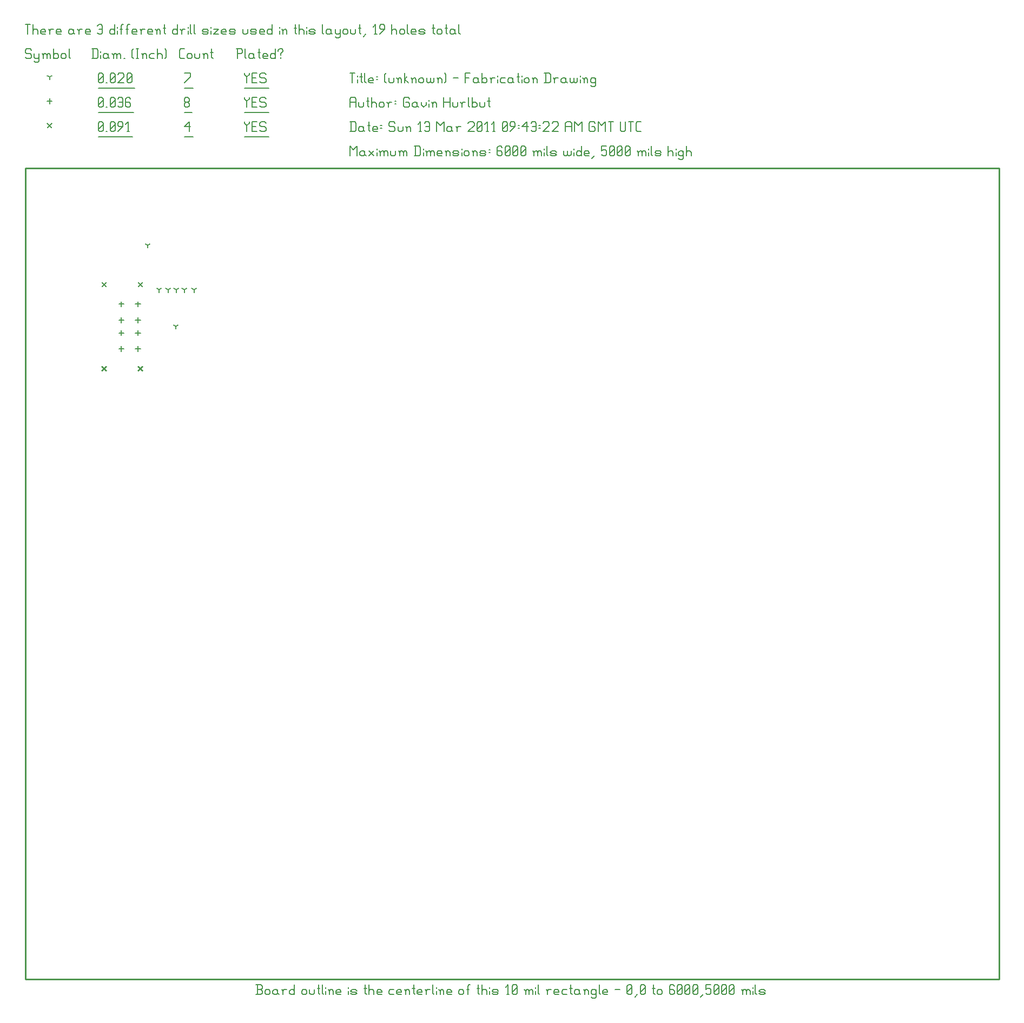
<source format=gbr>
G04 start of page 11 for group -3984 idx -3984 *
G04 Title: (unknown), fab *
G04 Creator: pcb 20091103 *
G04 CreationDate: Sun 13 Mar 2011 09:43:22 AM GMT UTC *
G04 For: gjhurlbu *
G04 Format: Gerber/RS-274X *
G04 PCB-Dimensions: 600000 500000 *
G04 PCB-Coordinate-Origin: lower left *
%MOIN*%
%FSLAX25Y25*%
%LNFAB*%
%ADD11C,0.0100*%
%ADD17C,0.0200*%
%ADD25C,0.0060*%
G54D17*G36*
X69754Y429988D02*X72719Y427022D01*
X72153Y426457D01*
X69188Y429423D01*
X69754Y429988D01*
G37*
G36*
X69188Y427022D02*X72153Y429988D01*
X72719Y429423D01*
X69754Y426457D01*
X69188Y427022D01*
G37*
G36*
X47354Y429988D02*X50319Y427022D01*
X49753Y426457D01*
X46788Y429423D01*
X47354Y429988D01*
G37*
G36*
X46788Y427022D02*X49753Y429988D01*
X50319Y429423D01*
X47354Y426457D01*
X46788Y427022D01*
G37*
G36*
X69754Y378288D02*X72719Y375322D01*
X72153Y374757D01*
X69188Y377723D01*
X69754Y378288D01*
G37*
G36*
X69188Y375322D02*X72153Y378288D01*
X72719Y377723D01*
X69754Y374757D01*
X69188Y375322D01*
G37*
G36*
X47354Y378288D02*X50319Y375322D01*
X49753Y374757D01*
X46788Y377723D01*
X47354Y378288D01*
G37*
G36*
X46788Y375322D02*X49753Y378288D01*
X50319Y377723D01*
X47354Y374757D01*
X46788Y375322D01*
G37*
G36*
X13800Y528015D02*X16765Y525049D01*
X16199Y524484D01*
X13234Y527450D01*
X13800Y528015D01*
G37*
G36*
X13234Y525049D02*X16199Y528015D01*
X16765Y527450D01*
X13800Y524484D01*
X13234Y525049D01*
G37*
G54D25*X135000Y528500D02*Y527750D01*
X136500Y526250D01*
X138000Y527750D01*
Y528500D02*Y527750D01*
X136500Y526250D02*Y522500D01*
X139801Y525500D02*X142051D01*
X139801Y522500D02*X142801D01*
X139801Y528500D02*Y522500D01*
Y528500D02*X142801D01*
X147603D02*X148353Y527750D01*
X145353Y528500D02*X147603D01*
X144603Y527750D02*X145353Y528500D01*
X144603Y527750D02*Y526250D01*
X145353Y525500D01*
X147603D01*
X148353Y524750D01*
Y523250D01*
X147603Y522500D02*X148353Y523250D01*
X145353Y522500D02*X147603D01*
X144603Y523250D02*X145353Y522500D01*
X135000Y519249D02*X150154D01*
X98000Y525500D02*X101000Y528500D01*
X98000Y525500D02*X101750D01*
X101000Y528500D02*Y522500D01*
X98000Y519249D02*X103551D01*
X45000Y523250D02*X45750Y522500D01*
X45000Y527750D02*Y523250D01*
Y527750D02*X45750Y528500D01*
X47250D01*
X48000Y527750D01*
Y523250D01*
X47250Y522500D02*X48000Y523250D01*
X45750Y522500D02*X47250D01*
X45000Y524000D02*X48000Y527000D01*
X49801Y522500D02*X50551D01*
X52353Y523250D02*X53103Y522500D01*
X52353Y527750D02*Y523250D01*
Y527750D02*X53103Y528500D01*
X54603D01*
X55353Y527750D01*
Y523250D01*
X54603Y522500D02*X55353Y523250D01*
X53103Y522500D02*X54603D01*
X52353Y524000D02*X55353Y527000D01*
X57154Y522500D02*X60154Y525500D01*
Y527750D02*Y525500D01*
X59404Y528500D02*X60154Y527750D01*
X57904Y528500D02*X59404D01*
X57154Y527750D02*X57904Y528500D01*
X57154Y527750D02*Y526250D01*
X57904Y525500D01*
X60154D01*
X62706Y522500D02*X64206D01*
X63456Y528500D02*Y522500D01*
X61956Y527000D02*X63456Y528500D01*
X45000Y519249D02*X66007D01*
X59254Y417722D02*Y414522D01*
X57654Y416122D02*X60854D01*
X59254Y407922D02*Y404722D01*
X57654Y406322D02*X60854D01*
X59254Y400022D02*Y396822D01*
X57654Y398422D02*X60854D01*
X59254Y390222D02*Y387022D01*
X57654Y388622D02*X60854D01*
X69554Y417722D02*Y414522D01*
X67954Y416122D02*X71154D01*
X69554Y407922D02*Y404722D01*
X67954Y406322D02*X71154D01*
X69554Y400022D02*Y396822D01*
X67954Y398422D02*X71154D01*
X69554Y390222D02*Y387022D01*
X67954Y388622D02*X71154D01*
X15000Y542850D02*Y539650D01*
X13400Y541250D02*X16600D01*
X135000Y543500D02*Y542750D01*
X136500Y541250D01*
X138000Y542750D01*
Y543500D02*Y542750D01*
X136500Y541250D02*Y537500D01*
X139801Y540500D02*X142051D01*
X139801Y537500D02*X142801D01*
X139801Y543500D02*Y537500D01*
Y543500D02*X142801D01*
X147603D02*X148353Y542750D01*
X145353Y543500D02*X147603D01*
X144603Y542750D02*X145353Y543500D01*
X144603Y542750D02*Y541250D01*
X145353Y540500D01*
X147603D01*
X148353Y539750D01*
Y538250D01*
X147603Y537500D02*X148353Y538250D01*
X145353Y537500D02*X147603D01*
X144603Y538250D02*X145353Y537500D01*
X135000Y534249D02*X150154D01*
X98000Y538250D02*X98750Y537500D01*
X98000Y539750D02*Y538250D01*
Y539750D02*X98750Y540500D01*
X100250D01*
X101000Y539750D01*
Y538250D01*
X100250Y537500D02*X101000Y538250D01*
X98750Y537500D02*X100250D01*
X98000Y541250D02*X98750Y540500D01*
X98000Y542750D02*Y541250D01*
Y542750D02*X98750Y543500D01*
X100250D01*
X101000Y542750D01*
Y541250D01*
X100250Y540500D02*X101000Y541250D01*
X98000Y534249D02*X102801D01*
X45000Y538250D02*X45750Y537500D01*
X45000Y542750D02*Y538250D01*
Y542750D02*X45750Y543500D01*
X47250D01*
X48000Y542750D01*
Y538250D01*
X47250Y537500D02*X48000Y538250D01*
X45750Y537500D02*X47250D01*
X45000Y539000D02*X48000Y542000D01*
X49801Y537500D02*X50551D01*
X52353Y538250D02*X53103Y537500D01*
X52353Y542750D02*Y538250D01*
Y542750D02*X53103Y543500D01*
X54603D01*
X55353Y542750D01*
Y538250D01*
X54603Y537500D02*X55353Y538250D01*
X53103Y537500D02*X54603D01*
X52353Y539000D02*X55353Y542000D01*
X57154Y542750D02*X57904Y543500D01*
X59404D01*
X60154Y542750D01*
Y538250D01*
X59404Y537500D02*X60154Y538250D01*
X57904Y537500D02*X59404D01*
X57154Y538250D02*X57904Y537500D01*
Y540500D02*X60154D01*
X64206Y543500D02*X64956Y542750D01*
X62706Y543500D02*X64206D01*
X61956Y542750D02*X62706Y543500D01*
X61956Y542750D02*Y538250D01*
X62706Y537500D01*
X64206Y540500D02*X64956Y539750D01*
X61956Y540500D02*X64206D01*
X62706Y537500D02*X64206D01*
X64956Y538250D01*
Y539750D02*Y538250D01*
X45000Y534249D02*X66757D01*
X82500Y425000D02*Y423400D01*
Y425000D02*X83886Y425800D01*
X82500Y425000D02*X81114Y425800D01*
X92867Y402411D02*Y400811D01*
Y402411D02*X94253Y403211D01*
X92867Y402411D02*X91481Y403211D01*
X104000Y425000D02*Y423400D01*
Y425000D02*X105386Y425800D01*
X104000Y425000D02*X102614Y425800D01*
X88000Y425000D02*Y423400D01*
Y425000D02*X89386Y425800D01*
X88000Y425000D02*X86614Y425800D01*
X93000Y425000D02*Y423400D01*
Y425000D02*X94386Y425800D01*
X93000Y425000D02*X91614Y425800D01*
X98000Y425000D02*Y423400D01*
Y425000D02*X99386Y425800D01*
X98000Y425000D02*X96614Y425800D01*
X75500Y452400D02*Y450800D01*
Y452400D02*X76886Y453200D01*
X75500Y452400D02*X74114Y453200D01*
X15000Y556250D02*Y554650D01*
Y556250D02*X16386Y557050D01*
X15000Y556250D02*X13614Y557050D01*
X135000Y558500D02*Y557750D01*
X136500Y556250D01*
X138000Y557750D01*
Y558500D02*Y557750D01*
X136500Y556250D02*Y552500D01*
X139801Y555500D02*X142051D01*
X139801Y552500D02*X142801D01*
X139801Y558500D02*Y552500D01*
Y558500D02*X142801D01*
X147603D02*X148353Y557750D01*
X145353Y558500D02*X147603D01*
X144603Y557750D02*X145353Y558500D01*
X144603Y557750D02*Y556250D01*
X145353Y555500D01*
X147603D01*
X148353Y554750D01*
Y553250D01*
X147603Y552500D02*X148353Y553250D01*
X145353Y552500D02*X147603D01*
X144603Y553250D02*X145353Y552500D01*
X135000Y549249D02*X150154D01*
X98000Y552500D02*X101750Y556250D01*
Y558500D02*Y556250D01*
X98000Y558500D02*X101750D01*
X98000Y549249D02*X103551D01*
X45000Y553250D02*X45750Y552500D01*
X45000Y557750D02*Y553250D01*
Y557750D02*X45750Y558500D01*
X47250D01*
X48000Y557750D01*
Y553250D01*
X47250Y552500D02*X48000Y553250D01*
X45750Y552500D02*X47250D01*
X45000Y554000D02*X48000Y557000D01*
X49801Y552500D02*X50551D01*
X52353Y553250D02*X53103Y552500D01*
X52353Y557750D02*Y553250D01*
Y557750D02*X53103Y558500D01*
X54603D01*
X55353Y557750D01*
Y553250D01*
X54603Y552500D02*X55353Y553250D01*
X53103Y552500D02*X54603D01*
X52353Y554000D02*X55353Y557000D01*
X57154Y557750D02*X57904Y558500D01*
X60154D01*
X60904Y557750D01*
Y556250D01*
X57154Y552500D02*X60904Y556250D01*
X57154Y552500D02*X60904D01*
X62706Y553250D02*X63456Y552500D01*
X62706Y557750D02*Y553250D01*
Y557750D02*X63456Y558500D01*
X64956D01*
X65706Y557750D01*
Y553250D01*
X64956Y552500D02*X65706Y553250D01*
X63456Y552500D02*X64956D01*
X62706Y554000D02*X65706Y557000D01*
X45000Y549249D02*X67507D01*
X3000Y573500D02*X3750Y572750D01*
X750Y573500D02*X3000D01*
X0Y572750D02*X750Y573500D01*
X0Y572750D02*Y571250D01*
X750Y570500D01*
X3000D01*
X3750Y569750D01*
Y568250D01*
X3000Y567500D02*X3750Y568250D01*
X750Y567500D02*X3000D01*
X0Y568250D02*X750Y567500D01*
X5551Y570500D02*Y568250D01*
X6301Y567500D01*
X8551Y570500D02*Y566000D01*
X7801Y565250D02*X8551Y566000D01*
X6301Y565250D02*X7801D01*
X5551Y566000D02*X6301Y565250D01*
Y567500D02*X7801D01*
X8551Y568250D01*
X11103Y569750D02*Y567500D01*
Y569750D02*X11853Y570500D01*
X12603D01*
X13353Y569750D01*
Y567500D01*
Y569750D02*X14103Y570500D01*
X14853D01*
X15603Y569750D01*
Y567500D01*
X10353Y570500D02*X11103Y569750D01*
X17404Y573500D02*Y567500D01*
Y568250D02*X18154Y567500D01*
X19654D01*
X20404Y568250D01*
Y569750D02*Y568250D01*
X19654Y570500D02*X20404Y569750D01*
X18154Y570500D02*X19654D01*
X17404Y569750D02*X18154Y570500D01*
X22206Y569750D02*Y568250D01*
Y569750D02*X22956Y570500D01*
X24456D01*
X25206Y569750D01*
Y568250D01*
X24456Y567500D02*X25206Y568250D01*
X22956Y567500D02*X24456D01*
X22206Y568250D02*X22956Y567500D01*
X27007Y573500D02*Y568250D01*
X27757Y567500D01*
X41750Y573500D02*Y567500D01*
X44000Y573500D02*X44750Y572750D01*
Y568250D01*
X44000Y567500D02*X44750Y568250D01*
X41000Y567500D02*X44000D01*
X41000Y573500D02*X44000D01*
X46551Y572000D02*Y571250D01*
Y569750D02*Y567500D01*
X50303Y570500D02*X51053Y569750D01*
X48803Y570500D02*X50303D01*
X48053Y569750D02*X48803Y570500D01*
X48053Y569750D02*Y568250D01*
X48803Y567500D01*
X51053Y570500D02*Y568250D01*
X51803Y567500D01*
X48803D02*X50303D01*
X51053Y568250D01*
X54354Y569750D02*Y567500D01*
Y569750D02*X55104Y570500D01*
X55854D01*
X56604Y569750D01*
Y567500D01*
Y569750D02*X57354Y570500D01*
X58104D01*
X58854Y569750D01*
Y567500D01*
X53604Y570500D02*X54354Y569750D01*
X60656Y567500D02*X61406D01*
X65907Y568250D02*X66657Y567500D01*
X65907Y572750D02*X66657Y573500D01*
X65907Y572750D02*Y568250D01*
X68459Y573500D02*X69959D01*
X69209D02*Y567500D01*
X68459D02*X69959D01*
X72510Y569750D02*Y567500D01*
Y569750D02*X73260Y570500D01*
X74010D01*
X74760Y569750D01*
Y567500D01*
X71760Y570500D02*X72510Y569750D01*
X77312Y570500D02*X79562D01*
X76562Y569750D02*X77312Y570500D01*
X76562Y569750D02*Y568250D01*
X77312Y567500D01*
X79562D01*
X81363Y573500D02*Y567500D01*
Y569750D02*X82113Y570500D01*
X83613D01*
X84363Y569750D01*
Y567500D01*
X86165Y573500D02*X86915Y572750D01*
Y568250D01*
X86165Y567500D02*X86915Y568250D01*
X95750Y567500D02*X98000D01*
X95000Y568250D02*X95750Y567500D01*
X95000Y572750D02*Y568250D01*
Y572750D02*X95750Y573500D01*
X98000D01*
X99801Y569750D02*Y568250D01*
Y569750D02*X100551Y570500D01*
X102051D01*
X102801Y569750D01*
Y568250D01*
X102051Y567500D02*X102801Y568250D01*
X100551Y567500D02*X102051D01*
X99801Y568250D02*X100551Y567500D01*
X104603Y570500D02*Y568250D01*
X105353Y567500D01*
X106853D01*
X107603Y568250D01*
Y570500D02*Y568250D01*
X110154Y569750D02*Y567500D01*
Y569750D02*X110904Y570500D01*
X111654D01*
X112404Y569750D01*
Y567500D01*
X109404Y570500D02*X110154Y569750D01*
X114956Y573500D02*Y568250D01*
X115706Y567500D01*
X114206Y571250D02*X115706D01*
X130750Y573500D02*Y567500D01*
X130000Y573500D02*X133000D01*
X133750Y572750D01*
Y571250D01*
X133000Y570500D02*X133750Y571250D01*
X130750Y570500D02*X133000D01*
X135551Y573500D02*Y568250D01*
X136301Y567500D01*
X140053Y570500D02*X140803Y569750D01*
X138553Y570500D02*X140053D01*
X137803Y569750D02*X138553Y570500D01*
X137803Y569750D02*Y568250D01*
X138553Y567500D01*
X140803Y570500D02*Y568250D01*
X141553Y567500D01*
X138553D02*X140053D01*
X140803Y568250D01*
X144104Y573500D02*Y568250D01*
X144854Y567500D01*
X143354Y571250D02*X144854D01*
X147106Y567500D02*X149356D01*
X146356Y568250D02*X147106Y567500D01*
X146356Y569750D02*Y568250D01*
Y569750D02*X147106Y570500D01*
X148606D01*
X149356Y569750D01*
X146356Y569000D02*X149356D01*
Y569750D02*Y569000D01*
X154157Y573500D02*Y567500D01*
X153407D02*X154157Y568250D01*
X151907Y567500D02*X153407D01*
X151157Y568250D02*X151907Y567500D01*
X151157Y569750D02*Y568250D01*
Y569750D02*X151907Y570500D01*
X153407D01*
X154157Y569750D01*
X157459Y570500D02*Y569750D01*
Y568250D02*Y567500D01*
X155959Y572750D02*Y572000D01*
Y572750D02*X156709Y573500D01*
X158209D01*
X158959Y572750D01*
Y572000D01*
X157459Y570500D02*X158959Y572000D01*
X0Y588500D02*X3000D01*
X1500D02*Y582500D01*
X4801Y588500D02*Y582500D01*
Y584750D02*X5551Y585500D01*
X7051D01*
X7801Y584750D01*
Y582500D01*
X10353D02*X12603D01*
X9603Y583250D02*X10353Y582500D01*
X9603Y584750D02*Y583250D01*
Y584750D02*X10353Y585500D01*
X11853D01*
X12603Y584750D01*
X9603Y584000D02*X12603D01*
Y584750D02*Y584000D01*
X15154Y584750D02*Y582500D01*
Y584750D02*X15904Y585500D01*
X17404D01*
X14404D02*X15154Y584750D01*
X19956Y582500D02*X22206D01*
X19206Y583250D02*X19956Y582500D01*
X19206Y584750D02*Y583250D01*
Y584750D02*X19956Y585500D01*
X21456D01*
X22206Y584750D01*
X19206Y584000D02*X22206D01*
Y584750D02*Y584000D01*
X28957Y585500D02*X29707Y584750D01*
X27457Y585500D02*X28957D01*
X26707Y584750D02*X27457Y585500D01*
X26707Y584750D02*Y583250D01*
X27457Y582500D01*
X29707Y585500D02*Y583250D01*
X30457Y582500D01*
X27457D02*X28957D01*
X29707Y583250D01*
X33009Y584750D02*Y582500D01*
Y584750D02*X33759Y585500D01*
X35259D01*
X32259D02*X33009Y584750D01*
X37810Y582500D02*X40060D01*
X37060Y583250D02*X37810Y582500D01*
X37060Y584750D02*Y583250D01*
Y584750D02*X37810Y585500D01*
X39310D01*
X40060Y584750D01*
X37060Y584000D02*X40060D01*
Y584750D02*Y584000D01*
X44562Y587750D02*X45312Y588500D01*
X46812D01*
X47562Y587750D01*
Y583250D01*
X46812Y582500D02*X47562Y583250D01*
X45312Y582500D02*X46812D01*
X44562Y583250D02*X45312Y582500D01*
Y585500D02*X47562D01*
X55063Y588500D02*Y582500D01*
X54313D02*X55063Y583250D01*
X52813Y582500D02*X54313D01*
X52063Y583250D02*X52813Y582500D01*
X52063Y584750D02*Y583250D01*
Y584750D02*X52813Y585500D01*
X54313D01*
X55063Y584750D01*
X56865Y587000D02*Y586250D01*
Y584750D02*Y582500D01*
X59116Y587750D02*Y582500D01*
Y587750D02*X59866Y588500D01*
X60616D01*
X58366Y585500D02*X59866D01*
X62868Y587750D02*Y582500D01*
Y587750D02*X63618Y588500D01*
X64368D01*
X62118Y585500D02*X63618D01*
X66619Y582500D02*X68869D01*
X65869Y583250D02*X66619Y582500D01*
X65869Y584750D02*Y583250D01*
Y584750D02*X66619Y585500D01*
X68119D01*
X68869Y584750D01*
X65869Y584000D02*X68869D01*
Y584750D02*Y584000D01*
X71421Y584750D02*Y582500D01*
Y584750D02*X72171Y585500D01*
X73671D01*
X70671D02*X71421Y584750D01*
X76222Y582500D02*X78472D01*
X75472Y583250D02*X76222Y582500D01*
X75472Y584750D02*Y583250D01*
Y584750D02*X76222Y585500D01*
X77722D01*
X78472Y584750D01*
X75472Y584000D02*X78472D01*
Y584750D02*Y584000D01*
X81024Y584750D02*Y582500D01*
Y584750D02*X81774Y585500D01*
X82524D01*
X83274Y584750D01*
Y582500D01*
X80274Y585500D02*X81024Y584750D01*
X85825Y588500D02*Y583250D01*
X86575Y582500D01*
X85075Y586250D02*X86575D01*
X93777Y588500D02*Y582500D01*
X93027D02*X93777Y583250D01*
X91527Y582500D02*X93027D01*
X90777Y583250D02*X91527Y582500D01*
X90777Y584750D02*Y583250D01*
Y584750D02*X91527Y585500D01*
X93027D01*
X93777Y584750D01*
X96328D02*Y582500D01*
Y584750D02*X97078Y585500D01*
X98578D01*
X95578D02*X96328Y584750D01*
X100380Y587000D02*Y586250D01*
Y584750D02*Y582500D01*
X101881Y588500D02*Y583250D01*
X102631Y582500D01*
X104133Y588500D02*Y583250D01*
X104883Y582500D01*
X109834D02*X112084D01*
X112834Y583250D01*
X112084Y584000D02*X112834Y583250D01*
X109834Y584000D02*X112084D01*
X109084Y584750D02*X109834Y584000D01*
X109084Y584750D02*X109834Y585500D01*
X112084D01*
X112834Y584750D01*
X109084Y583250D02*X109834Y582500D01*
X114636Y587000D02*Y586250D01*
Y584750D02*Y582500D01*
X116137Y585500D02*X119137D01*
X116137Y582500D02*X119137Y585500D01*
X116137Y582500D02*X119137D01*
X121689D02*X123939D01*
X120939Y583250D02*X121689Y582500D01*
X120939Y584750D02*Y583250D01*
Y584750D02*X121689Y585500D01*
X123189D01*
X123939Y584750D01*
X120939Y584000D02*X123939D01*
Y584750D02*Y584000D01*
X126490Y582500D02*X128740D01*
X129490Y583250D01*
X128740Y584000D02*X129490Y583250D01*
X126490Y584000D02*X128740D01*
X125740Y584750D02*X126490Y584000D01*
X125740Y584750D02*X126490Y585500D01*
X128740D01*
X129490Y584750D01*
X125740Y583250D02*X126490Y582500D01*
X133992Y585500D02*Y583250D01*
X134742Y582500D01*
X136242D01*
X136992Y583250D01*
Y585500D02*Y583250D01*
X139543Y582500D02*X141793D01*
X142543Y583250D01*
X141793Y584000D02*X142543Y583250D01*
X139543Y584000D02*X141793D01*
X138793Y584750D02*X139543Y584000D01*
X138793Y584750D02*X139543Y585500D01*
X141793D01*
X142543Y584750D01*
X138793Y583250D02*X139543Y582500D01*
X145095D02*X147345D01*
X144345Y583250D02*X145095Y582500D01*
X144345Y584750D02*Y583250D01*
Y584750D02*X145095Y585500D01*
X146595D01*
X147345Y584750D01*
X144345Y584000D02*X147345D01*
Y584750D02*Y584000D01*
X152146Y588500D02*Y582500D01*
X151396D02*X152146Y583250D01*
X149896Y582500D02*X151396D01*
X149146Y583250D02*X149896Y582500D01*
X149146Y584750D02*Y583250D01*
Y584750D02*X149896Y585500D01*
X151396D01*
X152146Y584750D01*
X156648Y587000D02*Y586250D01*
Y584750D02*Y582500D01*
X158899Y584750D02*Y582500D01*
Y584750D02*X159649Y585500D01*
X160399D01*
X161149Y584750D01*
Y582500D01*
X158149Y585500D02*X158899Y584750D01*
X166401Y588500D02*Y583250D01*
X167151Y582500D01*
X165651Y586250D02*X167151D01*
X168652Y588500D02*Y582500D01*
Y584750D02*X169402Y585500D01*
X170902D01*
X171652Y584750D01*
Y582500D01*
X173454Y587000D02*Y586250D01*
Y584750D02*Y582500D01*
X175705D02*X177955D01*
X178705Y583250D01*
X177955Y584000D02*X178705Y583250D01*
X175705Y584000D02*X177955D01*
X174955Y584750D02*X175705Y584000D01*
X174955Y584750D02*X175705Y585500D01*
X177955D01*
X178705Y584750D01*
X174955Y583250D02*X175705Y582500D01*
X183207Y588500D02*Y583250D01*
X183957Y582500D01*
X187708Y585500D02*X188458Y584750D01*
X186208Y585500D02*X187708D01*
X185458Y584750D02*X186208Y585500D01*
X185458Y584750D02*Y583250D01*
X186208Y582500D01*
X188458Y585500D02*Y583250D01*
X189208Y582500D01*
X186208D02*X187708D01*
X188458Y583250D01*
X191010Y585500D02*Y583250D01*
X191760Y582500D01*
X194010Y585500D02*Y581000D01*
X193260Y580250D02*X194010Y581000D01*
X191760Y580250D02*X193260D01*
X191010Y581000D02*X191760Y580250D01*
Y582500D02*X193260D01*
X194010Y583250D01*
X195811Y584750D02*Y583250D01*
Y584750D02*X196561Y585500D01*
X198061D01*
X198811Y584750D01*
Y583250D01*
X198061Y582500D02*X198811Y583250D01*
X196561Y582500D02*X198061D01*
X195811Y583250D02*X196561Y582500D01*
X200613Y585500D02*Y583250D01*
X201363Y582500D01*
X202863D01*
X203613Y583250D01*
Y585500D02*Y583250D01*
X206164Y588500D02*Y583250D01*
X206914Y582500D01*
X205414Y586250D02*X206914D01*
X208416Y581000D02*X209916Y582500D01*
X215167D02*X216667D01*
X215917Y588500D02*Y582500D01*
X214417Y587000D02*X215917Y588500D01*
X218469Y582500D02*X221469Y585500D01*
Y587750D02*Y585500D01*
X220719Y588500D02*X221469Y587750D01*
X219219Y588500D02*X220719D01*
X218469Y587750D02*X219219Y588500D01*
X218469Y587750D02*Y586250D01*
X219219Y585500D01*
X221469D01*
X225970Y588500D02*Y582500D01*
Y584750D02*X226720Y585500D01*
X228220D01*
X228970Y584750D01*
Y582500D01*
X230772Y584750D02*Y583250D01*
Y584750D02*X231522Y585500D01*
X233022D01*
X233772Y584750D01*
Y583250D01*
X233022Y582500D02*X233772Y583250D01*
X231522Y582500D02*X233022D01*
X230772Y583250D02*X231522Y582500D01*
X235573Y588500D02*Y583250D01*
X236323Y582500D01*
X238575D02*X240825D01*
X237825Y583250D02*X238575Y582500D01*
X237825Y584750D02*Y583250D01*
Y584750D02*X238575Y585500D01*
X240075D01*
X240825Y584750D01*
X237825Y584000D02*X240825D01*
Y584750D02*Y584000D01*
X243376Y582500D02*X245626D01*
X246376Y583250D01*
X245626Y584000D02*X246376Y583250D01*
X243376Y584000D02*X245626D01*
X242626Y584750D02*X243376Y584000D01*
X242626Y584750D02*X243376Y585500D01*
X245626D01*
X246376Y584750D01*
X242626Y583250D02*X243376Y582500D01*
X251628Y588500D02*Y583250D01*
X252378Y582500D01*
X250878Y586250D02*X252378D01*
X253879Y584750D02*Y583250D01*
Y584750D02*X254629Y585500D01*
X256129D01*
X256879Y584750D01*
Y583250D01*
X256129Y582500D02*X256879Y583250D01*
X254629Y582500D02*X256129D01*
X253879Y583250D02*X254629Y582500D01*
X259431Y588500D02*Y583250D01*
X260181Y582500D01*
X258681Y586250D02*X260181D01*
X263932Y585500D02*X264682Y584750D01*
X262432Y585500D02*X263932D01*
X261682Y584750D02*X262432Y585500D01*
X261682Y584750D02*Y583250D01*
X262432Y582500D01*
X264682Y585500D02*Y583250D01*
X265432Y582500D01*
X262432D02*X263932D01*
X264682Y583250D01*
X267234Y588500D02*Y583250D01*
X267984Y582500D01*
G54D11*X0Y500000D02*X600000D01*
X0D02*Y0D01*
X600000Y500000D02*Y0D01*
X0D02*X600000D01*
G54D25*X200000Y513500D02*Y507500D01*
Y513500D02*X202250Y511250D01*
X204500Y513500D01*
Y507500D01*
X208551Y510500D02*X209301Y509750D01*
X207051Y510500D02*X208551D01*
X206301Y509750D02*X207051Y510500D01*
X206301Y509750D02*Y508250D01*
X207051Y507500D01*
X209301Y510500D02*Y508250D01*
X210051Y507500D01*
X207051D02*X208551D01*
X209301Y508250D01*
X211853Y510500D02*X214853Y507500D01*
X211853D02*X214853Y510500D01*
X216654Y512000D02*Y511250D01*
Y509750D02*Y507500D01*
X218906Y509750D02*Y507500D01*
Y509750D02*X219656Y510500D01*
X220406D01*
X221156Y509750D01*
Y507500D01*
Y509750D02*X221906Y510500D01*
X222656D01*
X223406Y509750D01*
Y507500D01*
X218156Y510500D02*X218906Y509750D01*
X225207Y510500D02*Y508250D01*
X225957Y507500D01*
X227457D01*
X228207Y508250D01*
Y510500D02*Y508250D01*
X230759Y509750D02*Y507500D01*
Y509750D02*X231509Y510500D01*
X232259D01*
X233009Y509750D01*
Y507500D01*
Y509750D02*X233759Y510500D01*
X234509D01*
X235259Y509750D01*
Y507500D01*
X230009Y510500D02*X230759Y509750D01*
X240510Y513500D02*Y507500D01*
X242760Y513500D02*X243510Y512750D01*
Y508250D01*
X242760Y507500D02*X243510Y508250D01*
X239760Y507500D02*X242760D01*
X239760Y513500D02*X242760D01*
X245312Y512000D02*Y511250D01*
Y509750D02*Y507500D01*
X247563Y509750D02*Y507500D01*
Y509750D02*X248313Y510500D01*
X249063D01*
X249813Y509750D01*
Y507500D01*
Y509750D02*X250563Y510500D01*
X251313D01*
X252063Y509750D01*
Y507500D01*
X246813Y510500D02*X247563Y509750D01*
X254615Y507500D02*X256865D01*
X253865Y508250D02*X254615Y507500D01*
X253865Y509750D02*Y508250D01*
Y509750D02*X254615Y510500D01*
X256115D01*
X256865Y509750D01*
X253865Y509000D02*X256865D01*
Y509750D02*Y509000D01*
X259416Y509750D02*Y507500D01*
Y509750D02*X260166Y510500D01*
X260916D01*
X261666Y509750D01*
Y507500D01*
X258666Y510500D02*X259416Y509750D01*
X264218Y507500D02*X266468D01*
X267218Y508250D01*
X266468Y509000D02*X267218Y508250D01*
X264218Y509000D02*X266468D01*
X263468Y509750D02*X264218Y509000D01*
X263468Y509750D02*X264218Y510500D01*
X266468D01*
X267218Y509750D01*
X263468Y508250D02*X264218Y507500D01*
X269019Y512000D02*Y511250D01*
Y509750D02*Y507500D01*
X270521Y509750D02*Y508250D01*
Y509750D02*X271271Y510500D01*
X272771D01*
X273521Y509750D01*
Y508250D01*
X272771Y507500D02*X273521Y508250D01*
X271271Y507500D02*X272771D01*
X270521Y508250D02*X271271Y507500D01*
X276072Y509750D02*Y507500D01*
Y509750D02*X276822Y510500D01*
X277572D01*
X278322Y509750D01*
Y507500D01*
X275322Y510500D02*X276072Y509750D01*
X280874Y507500D02*X283124D01*
X283874Y508250D01*
X283124Y509000D02*X283874Y508250D01*
X280874Y509000D02*X283124D01*
X280124Y509750D02*X280874Y509000D01*
X280124Y509750D02*X280874Y510500D01*
X283124D01*
X283874Y509750D01*
X280124Y508250D02*X280874Y507500D01*
X285675Y511250D02*X286425D01*
X285675Y509750D02*X286425D01*
X293177Y513500D02*X293927Y512750D01*
X291677Y513500D02*X293177D01*
X290927Y512750D02*X291677Y513500D01*
X290927Y512750D02*Y508250D01*
X291677Y507500D01*
X293177Y510500D02*X293927Y509750D01*
X290927Y510500D02*X293177D01*
X291677Y507500D02*X293177D01*
X293927Y508250D01*
Y509750D02*Y508250D01*
X295728D02*X296478Y507500D01*
X295728Y512750D02*Y508250D01*
Y512750D02*X296478Y513500D01*
X297978D01*
X298728Y512750D01*
Y508250D01*
X297978Y507500D02*X298728Y508250D01*
X296478Y507500D02*X297978D01*
X295728Y509000D02*X298728Y512000D01*
X300530Y508250D02*X301280Y507500D01*
X300530Y512750D02*Y508250D01*
Y512750D02*X301280Y513500D01*
X302780D01*
X303530Y512750D01*
Y508250D01*
X302780Y507500D02*X303530Y508250D01*
X301280Y507500D02*X302780D01*
X300530Y509000D02*X303530Y512000D01*
X305331Y508250D02*X306081Y507500D01*
X305331Y512750D02*Y508250D01*
Y512750D02*X306081Y513500D01*
X307581D01*
X308331Y512750D01*
Y508250D01*
X307581Y507500D02*X308331Y508250D01*
X306081Y507500D02*X307581D01*
X305331Y509000D02*X308331Y512000D01*
X313583Y509750D02*Y507500D01*
Y509750D02*X314333Y510500D01*
X315083D01*
X315833Y509750D01*
Y507500D01*
Y509750D02*X316583Y510500D01*
X317333D01*
X318083Y509750D01*
Y507500D01*
X312833Y510500D02*X313583Y509750D01*
X319884Y512000D02*Y511250D01*
Y509750D02*Y507500D01*
X321386Y513500D02*Y508250D01*
X322136Y507500D01*
X324387D02*X326637D01*
X327387Y508250D01*
X326637Y509000D02*X327387Y508250D01*
X324387Y509000D02*X326637D01*
X323637Y509750D02*X324387Y509000D01*
X323637Y509750D02*X324387Y510500D01*
X326637D01*
X327387Y509750D01*
X323637Y508250D02*X324387Y507500D01*
X331889Y510500D02*Y508250D01*
X332639Y507500D01*
X333389D01*
X334139Y508250D01*
Y510500D02*Y508250D01*
X334889Y507500D01*
X335639D01*
X336389Y508250D01*
Y510500D02*Y508250D01*
X338190Y512000D02*Y511250D01*
Y509750D02*Y507500D01*
X342692Y513500D02*Y507500D01*
X341942D02*X342692Y508250D01*
X340442Y507500D02*X341942D01*
X339692Y508250D02*X340442Y507500D01*
X339692Y509750D02*Y508250D01*
Y509750D02*X340442Y510500D01*
X341942D01*
X342692Y509750D01*
X345243Y507500D02*X347493D01*
X344493Y508250D02*X345243Y507500D01*
X344493Y509750D02*Y508250D01*
Y509750D02*X345243Y510500D01*
X346743D01*
X347493Y509750D01*
X344493Y509000D02*X347493D01*
Y509750D02*Y509000D01*
X349295Y506000D02*X350795Y507500D01*
X355296Y513500D02*X358296D01*
X355296D02*Y510500D01*
X356046Y511250D01*
X357546D01*
X358296Y510500D01*
Y508250D01*
X357546Y507500D02*X358296Y508250D01*
X356046Y507500D02*X357546D01*
X355296Y508250D02*X356046Y507500D01*
X360098Y508250D02*X360848Y507500D01*
X360098Y512750D02*Y508250D01*
Y512750D02*X360848Y513500D01*
X362348D01*
X363098Y512750D01*
Y508250D01*
X362348Y507500D02*X363098Y508250D01*
X360848Y507500D02*X362348D01*
X360098Y509000D02*X363098Y512000D01*
X364899Y508250D02*X365649Y507500D01*
X364899Y512750D02*Y508250D01*
Y512750D02*X365649Y513500D01*
X367149D01*
X367899Y512750D01*
Y508250D01*
X367149Y507500D02*X367899Y508250D01*
X365649Y507500D02*X367149D01*
X364899Y509000D02*X367899Y512000D01*
X369701Y508250D02*X370451Y507500D01*
X369701Y512750D02*Y508250D01*
Y512750D02*X370451Y513500D01*
X371951D01*
X372701Y512750D01*
Y508250D01*
X371951Y507500D02*X372701Y508250D01*
X370451Y507500D02*X371951D01*
X369701Y509000D02*X372701Y512000D01*
X377952Y509750D02*Y507500D01*
Y509750D02*X378702Y510500D01*
X379452D01*
X380202Y509750D01*
Y507500D01*
Y509750D02*X380952Y510500D01*
X381702D01*
X382452Y509750D01*
Y507500D01*
X377202Y510500D02*X377952Y509750D01*
X384254Y512000D02*Y511250D01*
Y509750D02*Y507500D01*
X385755Y513500D02*Y508250D01*
X386505Y507500D01*
X388757D02*X391007D01*
X391757Y508250D01*
X391007Y509000D02*X391757Y508250D01*
X388757Y509000D02*X391007D01*
X388007Y509750D02*X388757Y509000D01*
X388007Y509750D02*X388757Y510500D01*
X391007D01*
X391757Y509750D01*
X388007Y508250D02*X388757Y507500D01*
X396258Y513500D02*Y507500D01*
Y509750D02*X397008Y510500D01*
X398508D01*
X399258Y509750D01*
Y507500D01*
X401060Y512000D02*Y511250D01*
Y509750D02*Y507500D01*
X404811Y510500D02*X405561Y509750D01*
X403311Y510500D02*X404811D01*
X402561Y509750D02*X403311Y510500D01*
X402561Y509750D02*Y508250D01*
X403311Y507500D01*
X404811D01*
X405561Y508250D01*
X402561Y506000D02*X403311Y505250D01*
X404811D01*
X405561Y506000D01*
Y510500D02*Y506000D01*
X407363Y513500D02*Y507500D01*
Y509750D02*X408113Y510500D01*
X409613D01*
X410363Y509750D01*
Y507500D01*
X142226Y-9500D02*X145226D01*
X145976Y-8750D01*
Y-7250D02*Y-8750D01*
X145226Y-6500D02*X145976Y-7250D01*
X142976Y-6500D02*X145226D01*
X142976Y-3500D02*Y-9500D01*
X142226Y-3500D02*X145226D01*
X145976Y-4250D01*
Y-5750D01*
X145226Y-6500D02*X145976Y-5750D01*
X147777Y-7250D02*Y-8750D01*
Y-7250D02*X148527Y-6500D01*
X150027D01*
X150777Y-7250D01*
Y-8750D01*
X150027Y-9500D02*X150777Y-8750D01*
X148527Y-9500D02*X150027D01*
X147777Y-8750D02*X148527Y-9500D01*
X154829Y-6500D02*X155579Y-7250D01*
X153329Y-6500D02*X154829D01*
X152579Y-7250D02*X153329Y-6500D01*
X152579Y-7250D02*Y-8750D01*
X153329Y-9500D01*
X155579Y-6500D02*Y-8750D01*
X156329Y-9500D01*
X153329D02*X154829D01*
X155579Y-8750D01*
X158880Y-7250D02*Y-9500D01*
Y-7250D02*X159630Y-6500D01*
X161130D01*
X158130D02*X158880Y-7250D01*
X165932Y-3500D02*Y-9500D01*
X165182D02*X165932Y-8750D01*
X163682Y-9500D02*X165182D01*
X162932Y-8750D02*X163682Y-9500D01*
X162932Y-7250D02*Y-8750D01*
Y-7250D02*X163682Y-6500D01*
X165182D01*
X165932Y-7250D01*
X170433D02*Y-8750D01*
Y-7250D02*X171183Y-6500D01*
X172683D01*
X173433Y-7250D01*
Y-8750D01*
X172683Y-9500D02*X173433Y-8750D01*
X171183Y-9500D02*X172683D01*
X170433Y-8750D02*X171183Y-9500D01*
X175235Y-6500D02*Y-8750D01*
X175985Y-9500D01*
X177485D01*
X178235Y-8750D01*
Y-6500D02*Y-8750D01*
X180786Y-3500D02*Y-8750D01*
X181536Y-9500D01*
X180036Y-5750D02*X181536D01*
X183038Y-3500D02*Y-8750D01*
X183788Y-9500D01*
X185289Y-5000D02*Y-5750D01*
Y-7250D02*Y-9500D01*
X187541Y-7250D02*Y-9500D01*
Y-7250D02*X188291Y-6500D01*
X189041D01*
X189791Y-7250D01*
Y-9500D01*
X186791Y-6500D02*X187541Y-7250D01*
X192342Y-9500D02*X194592D01*
X191592Y-8750D02*X192342Y-9500D01*
X191592Y-7250D02*Y-8750D01*
Y-7250D02*X192342Y-6500D01*
X193842D01*
X194592Y-7250D01*
X191592Y-8000D02*X194592D01*
Y-7250D02*Y-8000D01*
X199094Y-5000D02*Y-5750D01*
Y-7250D02*Y-9500D01*
X201345D02*X203595D01*
X204345Y-8750D01*
X203595Y-8000D02*X204345Y-8750D01*
X201345Y-8000D02*X203595D01*
X200595Y-7250D02*X201345Y-8000D01*
X200595Y-7250D02*X201345Y-6500D01*
X203595D01*
X204345Y-7250D01*
X200595Y-8750D02*X201345Y-9500D01*
X209597Y-3500D02*Y-8750D01*
X210347Y-9500D01*
X208847Y-5750D02*X210347D01*
X211848Y-3500D02*Y-9500D01*
Y-7250D02*X212598Y-6500D01*
X214098D01*
X214848Y-7250D01*
Y-9500D01*
X217400D02*X219650D01*
X216650Y-8750D02*X217400Y-9500D01*
X216650Y-7250D02*Y-8750D01*
Y-7250D02*X217400Y-6500D01*
X218900D01*
X219650Y-7250D01*
X216650Y-8000D02*X219650D01*
Y-7250D02*Y-8000D01*
X224901Y-6500D02*X227151D01*
X224151Y-7250D02*X224901Y-6500D01*
X224151Y-7250D02*Y-8750D01*
X224901Y-9500D01*
X227151D01*
X229703D02*X231953D01*
X228953Y-8750D02*X229703Y-9500D01*
X228953Y-7250D02*Y-8750D01*
Y-7250D02*X229703Y-6500D01*
X231203D01*
X231953Y-7250D01*
X228953Y-8000D02*X231953D01*
Y-7250D02*Y-8000D01*
X234504Y-7250D02*Y-9500D01*
Y-7250D02*X235254Y-6500D01*
X236004D01*
X236754Y-7250D01*
Y-9500D01*
X233754Y-6500D02*X234504Y-7250D01*
X239306Y-3500D02*Y-8750D01*
X240056Y-9500D01*
X238556Y-5750D02*X240056D01*
X242307Y-9500D02*X244557D01*
X241557Y-8750D02*X242307Y-9500D01*
X241557Y-7250D02*Y-8750D01*
Y-7250D02*X242307Y-6500D01*
X243807D01*
X244557Y-7250D01*
X241557Y-8000D02*X244557D01*
Y-7250D02*Y-8000D01*
X247109Y-7250D02*Y-9500D01*
Y-7250D02*X247859Y-6500D01*
X249359D01*
X246359D02*X247109Y-7250D01*
X251160Y-3500D02*Y-8750D01*
X251910Y-9500D01*
X253412Y-5000D02*Y-5750D01*
Y-7250D02*Y-9500D01*
X255663Y-7250D02*Y-9500D01*
Y-7250D02*X256413Y-6500D01*
X257163D01*
X257913Y-7250D01*
Y-9500D01*
X254913Y-6500D02*X255663Y-7250D01*
X260465Y-9500D02*X262715D01*
X259715Y-8750D02*X260465Y-9500D01*
X259715Y-7250D02*Y-8750D01*
Y-7250D02*X260465Y-6500D01*
X261965D01*
X262715Y-7250D01*
X259715Y-8000D02*X262715D01*
Y-7250D02*Y-8000D01*
X267216Y-7250D02*Y-8750D01*
Y-7250D02*X267966Y-6500D01*
X269466D01*
X270216Y-7250D01*
Y-8750D01*
X269466Y-9500D02*X270216Y-8750D01*
X267966Y-9500D02*X269466D01*
X267216Y-8750D02*X267966Y-9500D01*
X272768Y-4250D02*Y-9500D01*
Y-4250D02*X273518Y-3500D01*
X274268D01*
X272018Y-6500D02*X273518D01*
X279219Y-3500D02*Y-8750D01*
X279969Y-9500D01*
X278469Y-5750D02*X279969D01*
X281471Y-3500D02*Y-9500D01*
Y-7250D02*X282221Y-6500D01*
X283721D01*
X284471Y-7250D01*
Y-9500D01*
X286272Y-5000D02*Y-5750D01*
Y-7250D02*Y-9500D01*
X288524D02*X290774D01*
X291524Y-8750D01*
X290774Y-8000D02*X291524Y-8750D01*
X288524Y-8000D02*X290774D01*
X287774Y-7250D02*X288524Y-8000D01*
X287774Y-7250D02*X288524Y-6500D01*
X290774D01*
X291524Y-7250D01*
X287774Y-8750D02*X288524Y-9500D01*
X296775D02*X298275D01*
X297525Y-3500D02*Y-9500D01*
X296025Y-5000D02*X297525Y-3500D01*
X300077Y-8750D02*X300827Y-9500D01*
X300077Y-4250D02*Y-8750D01*
Y-4250D02*X300827Y-3500D01*
X302327D01*
X303077Y-4250D01*
Y-8750D01*
X302327Y-9500D02*X303077Y-8750D01*
X300827Y-9500D02*X302327D01*
X300077Y-8000D02*X303077Y-5000D01*
X308328Y-7250D02*Y-9500D01*
Y-7250D02*X309078Y-6500D01*
X309828D01*
X310578Y-7250D01*
Y-9500D01*
Y-7250D02*X311328Y-6500D01*
X312078D01*
X312828Y-7250D01*
Y-9500D01*
X307578Y-6500D02*X308328Y-7250D01*
X314630Y-5000D02*Y-5750D01*
Y-7250D02*Y-9500D01*
X316131Y-3500D02*Y-8750D01*
X316881Y-9500D01*
X321833Y-7250D02*Y-9500D01*
Y-7250D02*X322583Y-6500D01*
X324083D01*
X321083D02*X321833Y-7250D01*
X326634Y-9500D02*X328884D01*
X325884Y-8750D02*X326634Y-9500D01*
X325884Y-7250D02*Y-8750D01*
Y-7250D02*X326634Y-6500D01*
X328134D01*
X328884Y-7250D01*
X325884Y-8000D02*X328884D01*
Y-7250D02*Y-8000D01*
X331436Y-6500D02*X333686D01*
X330686Y-7250D02*X331436Y-6500D01*
X330686Y-7250D02*Y-8750D01*
X331436Y-9500D01*
X333686D01*
X336237Y-3500D02*Y-8750D01*
X336987Y-9500D01*
X335487Y-5750D02*X336987D01*
X340739Y-6500D02*X341489Y-7250D01*
X339239Y-6500D02*X340739D01*
X338489Y-7250D02*X339239Y-6500D01*
X338489Y-7250D02*Y-8750D01*
X339239Y-9500D01*
X341489Y-6500D02*Y-8750D01*
X342239Y-9500D01*
X339239D02*X340739D01*
X341489Y-8750D01*
X344790Y-7250D02*Y-9500D01*
Y-7250D02*X345540Y-6500D01*
X346290D01*
X347040Y-7250D01*
Y-9500D01*
X344040Y-6500D02*X344790Y-7250D01*
X351092Y-6500D02*X351842Y-7250D01*
X349592Y-6500D02*X351092D01*
X348842Y-7250D02*X349592Y-6500D01*
X348842Y-7250D02*Y-8750D01*
X349592Y-9500D01*
X351092D01*
X351842Y-8750D01*
X348842Y-11000D02*X349592Y-11750D01*
X351092D01*
X351842Y-11000D01*
Y-6500D02*Y-11000D01*
X353643Y-3500D02*Y-8750D01*
X354393Y-9500D01*
X356645D02*X358895D01*
X355895Y-8750D02*X356645Y-9500D01*
X355895Y-7250D02*Y-8750D01*
Y-7250D02*X356645Y-6500D01*
X358145D01*
X358895Y-7250D01*
X355895Y-8000D02*X358895D01*
Y-7250D02*Y-8000D01*
X363396Y-6500D02*X366396D01*
X370898Y-8750D02*X371648Y-9500D01*
X370898Y-4250D02*Y-8750D01*
Y-4250D02*X371648Y-3500D01*
X373148D01*
X373898Y-4250D01*
Y-8750D01*
X373148Y-9500D02*X373898Y-8750D01*
X371648Y-9500D02*X373148D01*
X370898Y-8000D02*X373898Y-5000D01*
X375699Y-11000D02*X377199Y-9500D01*
X379001Y-8750D02*X379751Y-9500D01*
X379001Y-4250D02*Y-8750D01*
Y-4250D02*X379751Y-3500D01*
X381251D01*
X382001Y-4250D01*
Y-8750D01*
X381251Y-9500D02*X382001Y-8750D01*
X379751Y-9500D02*X381251D01*
X379001Y-8000D02*X382001Y-5000D01*
X387252Y-3500D02*Y-8750D01*
X388002Y-9500D01*
X386502Y-5750D02*X388002D01*
X389504Y-7250D02*Y-8750D01*
Y-7250D02*X390254Y-6500D01*
X391754D01*
X392504Y-7250D01*
Y-8750D01*
X391754Y-9500D02*X392504Y-8750D01*
X390254Y-9500D02*X391754D01*
X389504Y-8750D02*X390254Y-9500D01*
X399255Y-3500D02*X400005Y-4250D01*
X397755Y-3500D02*X399255D01*
X397005Y-4250D02*X397755Y-3500D01*
X397005Y-4250D02*Y-8750D01*
X397755Y-9500D01*
X399255Y-6500D02*X400005Y-7250D01*
X397005Y-6500D02*X399255D01*
X397755Y-9500D02*X399255D01*
X400005Y-8750D01*
Y-7250D02*Y-8750D01*
X401807D02*X402557Y-9500D01*
X401807Y-4250D02*Y-8750D01*
Y-4250D02*X402557Y-3500D01*
X404057D01*
X404807Y-4250D01*
Y-8750D01*
X404057Y-9500D02*X404807Y-8750D01*
X402557Y-9500D02*X404057D01*
X401807Y-8000D02*X404807Y-5000D01*
X406608Y-8750D02*X407358Y-9500D01*
X406608Y-4250D02*Y-8750D01*
Y-4250D02*X407358Y-3500D01*
X408858D01*
X409608Y-4250D01*
Y-8750D01*
X408858Y-9500D02*X409608Y-8750D01*
X407358Y-9500D02*X408858D01*
X406608Y-8000D02*X409608Y-5000D01*
X411410Y-8750D02*X412160Y-9500D01*
X411410Y-4250D02*Y-8750D01*
Y-4250D02*X412160Y-3500D01*
X413660D01*
X414410Y-4250D01*
Y-8750D01*
X413660Y-9500D02*X414410Y-8750D01*
X412160Y-9500D02*X413660D01*
X411410Y-8000D02*X414410Y-5000D01*
X416211Y-11000D02*X417711Y-9500D01*
X419513Y-3500D02*X422513D01*
X419513D02*Y-6500D01*
X420263Y-5750D01*
X421763D01*
X422513Y-6500D01*
Y-8750D01*
X421763Y-9500D02*X422513Y-8750D01*
X420263Y-9500D02*X421763D01*
X419513Y-8750D02*X420263Y-9500D01*
X424314Y-8750D02*X425064Y-9500D01*
X424314Y-4250D02*Y-8750D01*
Y-4250D02*X425064Y-3500D01*
X426564D01*
X427314Y-4250D01*
Y-8750D01*
X426564Y-9500D02*X427314Y-8750D01*
X425064Y-9500D02*X426564D01*
X424314Y-8000D02*X427314Y-5000D01*
X429116Y-8750D02*X429866Y-9500D01*
X429116Y-4250D02*Y-8750D01*
Y-4250D02*X429866Y-3500D01*
X431366D01*
X432116Y-4250D01*
Y-8750D01*
X431366Y-9500D02*X432116Y-8750D01*
X429866Y-9500D02*X431366D01*
X429116Y-8000D02*X432116Y-5000D01*
X433917Y-8750D02*X434667Y-9500D01*
X433917Y-4250D02*Y-8750D01*
Y-4250D02*X434667Y-3500D01*
X436167D01*
X436917Y-4250D01*
Y-8750D01*
X436167Y-9500D02*X436917Y-8750D01*
X434667Y-9500D02*X436167D01*
X433917Y-8000D02*X436917Y-5000D01*
X442169Y-7250D02*Y-9500D01*
Y-7250D02*X442919Y-6500D01*
X443669D01*
X444419Y-7250D01*
Y-9500D01*
Y-7250D02*X445169Y-6500D01*
X445919D01*
X446669Y-7250D01*
Y-9500D01*
X441419Y-6500D02*X442169Y-7250D01*
X448470Y-5000D02*Y-5750D01*
Y-7250D02*Y-9500D01*
X449972Y-3500D02*Y-8750D01*
X450722Y-9500D01*
X452973D02*X455223D01*
X455973Y-8750D01*
X455223Y-8000D02*X455973Y-8750D01*
X452973Y-8000D02*X455223D01*
X452223Y-7250D02*X452973Y-8000D01*
X452223Y-7250D02*X452973Y-6500D01*
X455223D01*
X455973Y-7250D01*
X452223Y-8750D02*X452973Y-9500D01*
X200750Y528500D02*Y522500D01*
X203000Y528500D02*X203750Y527750D01*
Y523250D01*
X203000Y522500D02*X203750Y523250D01*
X200000Y522500D02*X203000D01*
X200000Y528500D02*X203000D01*
X207801Y525500D02*X208551Y524750D01*
X206301Y525500D02*X207801D01*
X205551Y524750D02*X206301Y525500D01*
X205551Y524750D02*Y523250D01*
X206301Y522500D01*
X208551Y525500D02*Y523250D01*
X209301Y522500D01*
X206301D02*X207801D01*
X208551Y523250D01*
X211853Y528500D02*Y523250D01*
X212603Y522500D01*
X211103Y526250D02*X212603D01*
X214854Y522500D02*X217104D01*
X214104Y523250D02*X214854Y522500D01*
X214104Y524750D02*Y523250D01*
Y524750D02*X214854Y525500D01*
X216354D01*
X217104Y524750D01*
X214104Y524000D02*X217104D01*
Y524750D02*Y524000D01*
X218906Y526250D02*X219656D01*
X218906Y524750D02*X219656D01*
X227157Y528500D02*X227907Y527750D01*
X224907Y528500D02*X227157D01*
X224157Y527750D02*X224907Y528500D01*
X224157Y527750D02*Y526250D01*
X224907Y525500D01*
X227157D01*
X227907Y524750D01*
Y523250D01*
X227157Y522500D02*X227907Y523250D01*
X224907Y522500D02*X227157D01*
X224157Y523250D02*X224907Y522500D01*
X229709Y525500D02*Y523250D01*
X230459Y522500D01*
X231959D01*
X232709Y523250D01*
Y525500D02*Y523250D01*
X235260Y524750D02*Y522500D01*
Y524750D02*X236010Y525500D01*
X236760D01*
X237510Y524750D01*
Y522500D01*
X234510Y525500D02*X235260Y524750D01*
X242762Y522500D02*X244262D01*
X243512Y528500D02*Y522500D01*
X242012Y527000D02*X243512Y528500D01*
X246063Y527750D02*X246813Y528500D01*
X248313D01*
X249063Y527750D01*
Y523250D01*
X248313Y522500D02*X249063Y523250D01*
X246813Y522500D02*X248313D01*
X246063Y523250D02*X246813Y522500D01*
Y525500D02*X249063D01*
X253565Y528500D02*Y522500D01*
Y528500D02*X255815Y526250D01*
X258065Y528500D01*
Y522500D01*
X262116Y525500D02*X262866Y524750D01*
X260616Y525500D02*X262116D01*
X259866Y524750D02*X260616Y525500D01*
X259866Y524750D02*Y523250D01*
X260616Y522500D01*
X262866Y525500D02*Y523250D01*
X263616Y522500D01*
X260616D02*X262116D01*
X262866Y523250D01*
X266168Y524750D02*Y522500D01*
Y524750D02*X266918Y525500D01*
X268418D01*
X265418D02*X266168Y524750D01*
X272919Y527750D02*X273669Y528500D01*
X275919D01*
X276669Y527750D01*
Y526250D01*
X272919Y522500D02*X276669Y526250D01*
X272919Y522500D02*X276669D01*
X278471Y523250D02*X279221Y522500D01*
X278471Y527750D02*Y523250D01*
Y527750D02*X279221Y528500D01*
X280721D01*
X281471Y527750D01*
Y523250D01*
X280721Y522500D02*X281471Y523250D01*
X279221Y522500D02*X280721D01*
X278471Y524000D02*X281471Y527000D01*
X284022Y522500D02*X285522D01*
X284772Y528500D02*Y522500D01*
X283272Y527000D02*X284772Y528500D01*
X288074Y522500D02*X289574D01*
X288824Y528500D02*Y522500D01*
X287324Y527000D02*X288824Y528500D01*
X294075Y523250D02*X294825Y522500D01*
X294075Y527750D02*Y523250D01*
Y527750D02*X294825Y528500D01*
X296325D01*
X297075Y527750D01*
Y523250D01*
X296325Y522500D02*X297075Y523250D01*
X294825Y522500D02*X296325D01*
X294075Y524000D02*X297075Y527000D01*
X298877Y522500D02*X301877Y525500D01*
Y527750D02*Y525500D01*
X301127Y528500D02*X301877Y527750D01*
X299627Y528500D02*X301127D01*
X298877Y527750D02*X299627Y528500D01*
X298877Y527750D02*Y526250D01*
X299627Y525500D01*
X301877D01*
X303678Y526250D02*X304428D01*
X303678Y524750D02*X304428D01*
X306230Y525500D02*X309230Y528500D01*
X306230Y525500D02*X309980D01*
X309230Y528500D02*Y522500D01*
X311781Y527750D02*X312531Y528500D01*
X314031D01*
X314781Y527750D01*
Y523250D01*
X314031Y522500D02*X314781Y523250D01*
X312531Y522500D02*X314031D01*
X311781Y523250D02*X312531Y522500D01*
Y525500D02*X314781D01*
X316583Y526250D02*X317333D01*
X316583Y524750D02*X317333D01*
X319134Y527750D02*X319884Y528500D01*
X322134D01*
X322884Y527750D01*
Y526250D01*
X319134Y522500D02*X322884Y526250D01*
X319134Y522500D02*X322884D01*
X324686Y527750D02*X325436Y528500D01*
X327686D01*
X328436Y527750D01*
Y526250D01*
X324686Y522500D02*X328436Y526250D01*
X324686Y522500D02*X328436D01*
X332937Y527750D02*Y522500D01*
Y527750D02*X333687Y528500D01*
X335937D01*
X336687Y527750D01*
Y522500D01*
X332937Y525500D02*X336687D01*
X338489Y528500D02*Y522500D01*
Y528500D02*X340739Y526250D01*
X342989Y528500D01*
Y522500D01*
X350490Y528500D02*X351240Y527750D01*
X348240Y528500D02*X350490D01*
X347490Y527750D02*X348240Y528500D01*
X347490Y527750D02*Y523250D01*
X348240Y522500D01*
X350490D01*
X351240Y523250D01*
Y524750D02*Y523250D01*
X350490Y525500D02*X351240Y524750D01*
X348990Y525500D02*X350490D01*
X353042Y528500D02*Y522500D01*
Y528500D02*X355292Y526250D01*
X357542Y528500D01*
Y522500D01*
X359343Y528500D02*X362343D01*
X360843D02*Y522500D01*
X366845Y528500D02*Y523250D01*
X367595Y522500D01*
X369095D01*
X369845Y523250D01*
Y528500D02*Y523250D01*
X371646Y528500D02*X374646D01*
X373146D02*Y522500D01*
X377198D02*X379448D01*
X376448Y523250D02*X377198Y522500D01*
X376448Y527750D02*Y523250D01*
Y527750D02*X377198Y528500D01*
X379448D01*
X200000Y542750D02*Y537500D01*
Y542750D02*X200750Y543500D01*
X203000D01*
X203750Y542750D01*
Y537500D01*
X200000Y540500D02*X203750D01*
X205551D02*Y538250D01*
X206301Y537500D01*
X207801D01*
X208551Y538250D01*
Y540500D02*Y538250D01*
X211103Y543500D02*Y538250D01*
X211853Y537500D01*
X210353Y541250D02*X211853D01*
X213354Y543500D02*Y537500D01*
Y539750D02*X214104Y540500D01*
X215604D01*
X216354Y539750D01*
Y537500D01*
X218156Y539750D02*Y538250D01*
Y539750D02*X218906Y540500D01*
X220406D01*
X221156Y539750D01*
Y538250D01*
X220406Y537500D02*X221156Y538250D01*
X218906Y537500D02*X220406D01*
X218156Y538250D02*X218906Y537500D01*
X223707Y539750D02*Y537500D01*
Y539750D02*X224457Y540500D01*
X225957D01*
X222957D02*X223707Y539750D01*
X227759Y541250D02*X228509D01*
X227759Y539750D02*X228509D01*
X236010Y543500D02*X236760Y542750D01*
X233760Y543500D02*X236010D01*
X233010Y542750D02*X233760Y543500D01*
X233010Y542750D02*Y538250D01*
X233760Y537500D01*
X236010D01*
X236760Y538250D01*
Y539750D02*Y538250D01*
X236010Y540500D02*X236760Y539750D01*
X234510Y540500D02*X236010D01*
X240812D02*X241562Y539750D01*
X239312Y540500D02*X240812D01*
X238562Y539750D02*X239312Y540500D01*
X238562Y539750D02*Y538250D01*
X239312Y537500D01*
X241562Y540500D02*Y538250D01*
X242312Y537500D01*
X239312D02*X240812D01*
X241562Y538250D01*
X244113Y540500D02*Y539000D01*
X245613Y537500D01*
X247113Y539000D01*
Y540500D02*Y539000D01*
X248915Y542000D02*Y541250D01*
Y539750D02*Y537500D01*
X251166Y539750D02*Y537500D01*
Y539750D02*X251916Y540500D01*
X252666D01*
X253416Y539750D01*
Y537500D01*
X250416Y540500D02*X251166Y539750D01*
X257918Y543500D02*Y537500D01*
X261668Y543500D02*Y537500D01*
X257918Y540500D02*X261668D01*
X263469D02*Y538250D01*
X264219Y537500D01*
X265719D01*
X266469Y538250D01*
Y540500D02*Y538250D01*
X269021Y539750D02*Y537500D01*
Y539750D02*X269771Y540500D01*
X271271D01*
X268271D02*X269021Y539750D01*
X273072Y543500D02*Y538250D01*
X273822Y537500D01*
X275324Y543500D02*Y537500D01*
Y538250D02*X276074Y537500D01*
X277574D01*
X278324Y538250D01*
Y539750D02*Y538250D01*
X277574Y540500D02*X278324Y539750D01*
X276074Y540500D02*X277574D01*
X275324Y539750D02*X276074Y540500D01*
X280125D02*Y538250D01*
X280875Y537500D01*
X282375D01*
X283125Y538250D01*
Y540500D02*Y538250D01*
X285677Y543500D02*Y538250D01*
X286427Y537500D01*
X284927Y541250D02*X286427D01*
X200000Y558500D02*X203000D01*
X201500D02*Y552500D01*
X204801Y557000D02*Y556250D01*
Y554750D02*Y552500D01*
X207053Y558500D02*Y553250D01*
X207803Y552500D01*
X206303Y556250D02*X207803D01*
X209304Y558500D02*Y553250D01*
X210054Y552500D01*
X212306D02*X214556D01*
X211556Y553250D02*X212306Y552500D01*
X211556Y554750D02*Y553250D01*
Y554750D02*X212306Y555500D01*
X213806D01*
X214556Y554750D01*
X211556Y554000D02*X214556D01*
Y554750D02*Y554000D01*
X216357Y556250D02*X217107D01*
X216357Y554750D02*X217107D01*
X221609Y553250D02*X222359Y552500D01*
X221609Y557750D02*X222359Y558500D01*
X221609Y557750D02*Y553250D01*
X224160Y555500D02*Y553250D01*
X224910Y552500D01*
X226410D01*
X227160Y553250D01*
Y555500D02*Y553250D01*
X229712Y554750D02*Y552500D01*
Y554750D02*X230462Y555500D01*
X231212D01*
X231962Y554750D01*
Y552500D01*
X228962Y555500D02*X229712Y554750D01*
X233763Y558500D02*Y552500D01*
Y554750D02*X236013Y552500D01*
X233763Y554750D02*X235263Y556250D01*
X238565Y554750D02*Y552500D01*
Y554750D02*X239315Y555500D01*
X240065D01*
X240815Y554750D01*
Y552500D01*
X237815Y555500D02*X238565Y554750D01*
X242616D02*Y553250D01*
Y554750D02*X243366Y555500D01*
X244866D01*
X245616Y554750D01*
Y553250D01*
X244866Y552500D02*X245616Y553250D01*
X243366Y552500D02*X244866D01*
X242616Y553250D02*X243366Y552500D01*
X247418Y555500D02*Y553250D01*
X248168Y552500D01*
X248918D01*
X249668Y553250D01*
Y555500D02*Y553250D01*
X250418Y552500D01*
X251168D01*
X251918Y553250D01*
Y555500D02*Y553250D01*
X254469Y554750D02*Y552500D01*
Y554750D02*X255219Y555500D01*
X255969D01*
X256719Y554750D01*
Y552500D01*
X253719Y555500D02*X254469Y554750D01*
X258521Y558500D02*X259271Y557750D01*
Y553250D01*
X258521Y552500D02*X259271Y553250D01*
X263772Y555500D02*X266772D01*
X271274Y558500D02*Y552500D01*
Y558500D02*X274274D01*
X271274Y555500D02*X273524D01*
X278325D02*X279075Y554750D01*
X276825Y555500D02*X278325D01*
X276075Y554750D02*X276825Y555500D01*
X276075Y554750D02*Y553250D01*
X276825Y552500D01*
X279075Y555500D02*Y553250D01*
X279825Y552500D01*
X276825D02*X278325D01*
X279075Y553250D01*
X281627Y558500D02*Y552500D01*
Y553250D02*X282377Y552500D01*
X283877D01*
X284627Y553250D01*
Y554750D02*Y553250D01*
X283877Y555500D02*X284627Y554750D01*
X282377Y555500D02*X283877D01*
X281627Y554750D02*X282377Y555500D01*
X287178Y554750D02*Y552500D01*
Y554750D02*X287928Y555500D01*
X289428D01*
X286428D02*X287178Y554750D01*
X291230Y557000D02*Y556250D01*
Y554750D02*Y552500D01*
X293481Y555500D02*X295731D01*
X292731Y554750D02*X293481Y555500D01*
X292731Y554750D02*Y553250D01*
X293481Y552500D01*
X295731D01*
X299783Y555500D02*X300533Y554750D01*
X298283Y555500D02*X299783D01*
X297533Y554750D02*X298283Y555500D01*
X297533Y554750D02*Y553250D01*
X298283Y552500D01*
X300533Y555500D02*Y553250D01*
X301283Y552500D01*
X298283D02*X299783D01*
X300533Y553250D01*
X303834Y558500D02*Y553250D01*
X304584Y552500D01*
X303084Y556250D02*X304584D01*
X306086Y557000D02*Y556250D01*
Y554750D02*Y552500D01*
X307587Y554750D02*Y553250D01*
Y554750D02*X308337Y555500D01*
X309837D01*
X310587Y554750D01*
Y553250D01*
X309837Y552500D02*X310587Y553250D01*
X308337Y552500D02*X309837D01*
X307587Y553250D02*X308337Y552500D01*
X313139Y554750D02*Y552500D01*
Y554750D02*X313889Y555500D01*
X314639D01*
X315389Y554750D01*
Y552500D01*
X312389Y555500D02*X313139Y554750D01*
X320640Y558500D02*Y552500D01*
X322890Y558500D02*X323640Y557750D01*
Y553250D01*
X322890Y552500D02*X323640Y553250D01*
X319890Y552500D02*X322890D01*
X319890Y558500D02*X322890D01*
X326192Y554750D02*Y552500D01*
Y554750D02*X326942Y555500D01*
X328442D01*
X325442D02*X326192Y554750D01*
X332493Y555500D02*X333243Y554750D01*
X330993Y555500D02*X332493D01*
X330243Y554750D02*X330993Y555500D01*
X330243Y554750D02*Y553250D01*
X330993Y552500D01*
X333243Y555500D02*Y553250D01*
X333993Y552500D01*
X330993D02*X332493D01*
X333243Y553250D01*
X335795Y555500D02*Y553250D01*
X336545Y552500D01*
X337295D01*
X338045Y553250D01*
Y555500D02*Y553250D01*
X338795Y552500D01*
X339545D01*
X340295Y553250D01*
Y555500D02*Y553250D01*
X342096Y557000D02*Y556250D01*
Y554750D02*Y552500D01*
X344348Y554750D02*Y552500D01*
Y554750D02*X345098Y555500D01*
X345848D01*
X346598Y554750D01*
Y552500D01*
X343598Y555500D02*X344348Y554750D01*
X350649Y555500D02*X351399Y554750D01*
X349149Y555500D02*X350649D01*
X348399Y554750D02*X349149Y555500D01*
X348399Y554750D02*Y553250D01*
X349149Y552500D01*
X350649D01*
X351399Y553250D01*
X348399Y551000D02*X349149Y550250D01*
X350649D01*
X351399Y551000D01*
Y555500D02*Y551000D01*
M02*

</source>
